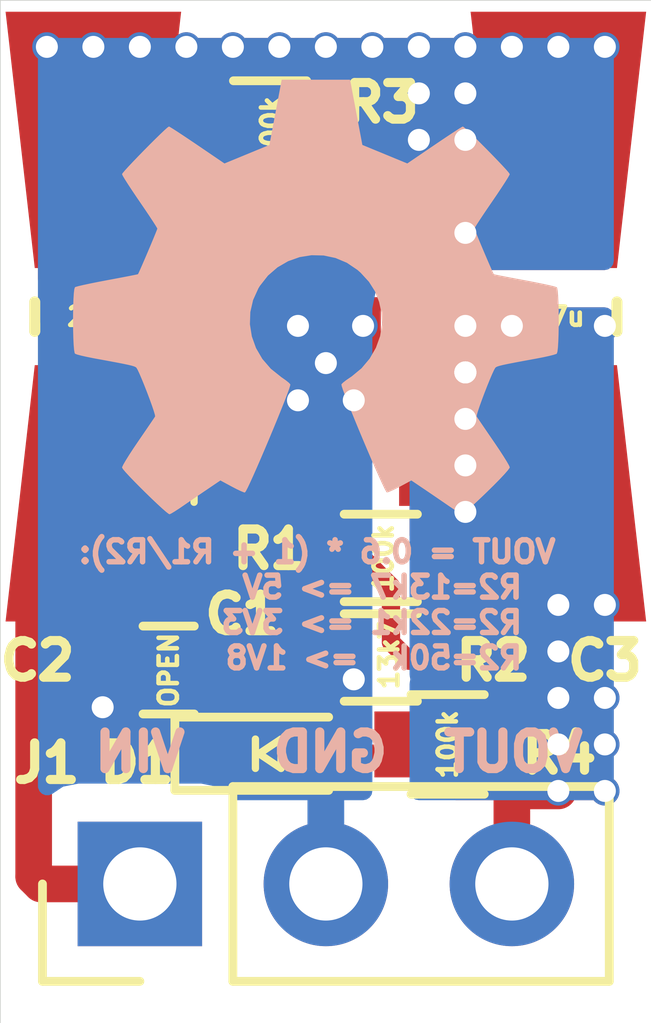
<source format=kicad_pcb>
(kicad_pcb (version 20171130) (host pcbnew 5.0.1)

  (general
    (thickness 1.6)
    (drawings 5)
    (tracks 97)
    (zones 0)
    (modules 11)
    (nets 10)
  )

  (page A4)
  (layers
    (0 F.Cu power hide)
    (31 B.Cu power hide)
    (32 B.Adhes user)
    (33 F.Adhes user)
    (34 B.Paste user)
    (35 F.Paste user)
    (36 B.SilkS user)
    (37 F.SilkS user)
    (38 B.Mask user)
    (39 F.Mask user)
    (40 Dwgs.User user)
    (41 Cmts.User user)
    (42 Eco1.User user)
    (43 Eco2.User user)
    (44 Edge.Cuts user)
    (45 Margin user)
    (46 B.CrtYd user)
    (47 F.CrtYd user)
    (48 B.Fab user)
    (49 F.Fab user)
  )

  (setup
    (last_trace_width 0.25)
    (trace_clearance 0.2)
    (zone_clearance 0.508)
    (zone_45_only no)
    (trace_min 0.2)
    (segment_width 0.2)
    (edge_width 0.01)
    (via_size 0.4)
    (via_drill 0.3)
    (via_min_size 0.4)
    (via_min_drill 0.3)
    (uvia_size 0.3)
    (uvia_drill 0.1)
    (uvias_allowed no)
    (uvia_min_size 0.2)
    (uvia_min_drill 0.1)
    (pcb_text_width 0.3)
    (pcb_text_size 1.5 1.5)
    (mod_edge_width 0.15)
    (mod_text_size 0.5 0.5)
    (mod_text_width 0.125)
    (pad_size 1.524 1.524)
    (pad_drill 0.762)
    (pad_to_mask_clearance 0.051)
    (solder_mask_min_width 0.25)
    (aux_axis_origin 0 0)
    (visible_elements FFFFFFFF)
    (pcbplotparams
      (layerselection 0x010f0_ffffffff)
      (usegerberextensions false)
      (usegerberattributes false)
      (usegerberadvancedattributes false)
      (creategerberjobfile false)
      (excludeedgelayer true)
      (linewidth 0.100000)
      (plotframeref false)
      (viasonmask false)
      (mode 1)
      (useauxorigin false)
      (hpglpennumber 1)
      (hpglpenspeed 20)
      (hpglpendiameter 15.000000)
      (psnegative false)
      (psa4output false)
      (plotreference true)
      (plotvalue true)
      (plotinvisibletext false)
      (padsonsilk false)
      (subtractmaskfromsilk false)
      (outputformat 1)
      (mirror false)
      (drillshape 0)
      (scaleselection 1)
      (outputdirectory "out/mun12ad_78xx/"))
  )

  (net 0 "")
  (net 1 "Net-(A1-Pad6)")
  (net 2 GND)
  (net 3 +5V)
  (net 4 VCC)
  (net 5 /EN)
  (net 6 /FB)
  (net 7 /PGOOD)
  (net 8 /SS)
  (net 9 "Net-(D1-Pad2)")

  (net_class Default "This is the default net class."
    (clearance 0.2)
    (trace_width 0.25)
    (via_dia 0.4)
    (via_drill 0.3)
    (uvia_dia 0.3)
    (uvia_drill 0.1)
    (add_net /EN)
    (add_net /FB)
    (add_net /PGOOD)
    (add_net /SS)
    (add_net "Net-(A1-Pad6)")
    (add_net "Net-(D1-Pad2)")
  )

  (net_class Power ""
    (clearance 0.2)
    (trace_width 0.5)
    (via_dia 0.4)
    (via_drill 0.3)
    (uvia_dia 0.3)
    (uvia_drill 0.1)
    (add_net +5V)
    (add_net GND)
    (add_net VCC)
  )

  (module Pin_Headers:Pin_Header_Straight_1x03_Pitch2.54mm (layer F.Cu) (tedit 5BFB05B1) (tstamp 5BFAF0AB)
    (at 45.72 58.42 90)
    (descr "Through hole straight pin header, 1x03, 2.54mm pitch, single row")
    (tags "Through hole pin header THT 1x03 2.54mm single row")
    (path /5BFA3BB4)
    (fp_text reference J1 (at 1.651 -1.27 180) (layer F.SilkS)
      (effects (font (size 0.5 0.5) (thickness 0.125)))
    )
    (fp_text value Conn_01x03 (at 0 7.41 90) (layer F.Fab) hide
      (effects (font (size 0.25 0.25) (thickness 0.0625)))
    )
    (fp_line (start -0.635 -1.27) (end 1.27 -1.27) (layer F.Fab) (width 0.1))
    (fp_line (start 1.27 -1.27) (end 1.27 6.35) (layer F.Fab) (width 0.1))
    (fp_line (start 1.27 6.35) (end -1.27 6.35) (layer F.Fab) (width 0.1))
    (fp_line (start -1.27 6.35) (end -1.27 -0.635) (layer F.Fab) (width 0.1))
    (fp_line (start -1.27 -0.635) (end -0.635 -1.27) (layer F.Fab) (width 0.1))
    (fp_line (start -1.33 6.41) (end 1.33 6.41) (layer F.SilkS) (width 0.12))
    (fp_line (start -1.33 1.27) (end -1.33 6.41) (layer F.SilkS) (width 0.12))
    (fp_line (start 1.33 1.27) (end 1.33 6.41) (layer F.SilkS) (width 0.12))
    (fp_line (start -1.33 1.27) (end 1.33 1.27) (layer F.SilkS) (width 0.12))
    (fp_line (start -1.33 0) (end -1.33 -1.33) (layer F.SilkS) (width 0.12))
    (fp_line (start -1.33 -1.33) (end 0 -1.33) (layer F.SilkS) (width 0.12))
    (fp_line (start -1.8 -1.8) (end -1.8 6.85) (layer F.CrtYd) (width 0.05))
    (fp_line (start -1.8 6.85) (end 1.8 6.85) (layer F.CrtYd) (width 0.05))
    (fp_line (start 1.8 6.85) (end 1.8 -1.8) (layer F.CrtYd) (width 0.05))
    (fp_line (start 1.8 -1.8) (end -1.8 -1.8) (layer F.CrtYd) (width 0.05))
    (fp_text user %R (at 0 2.54 180) (layer F.Fab)
      (effects (font (size 1 1) (thickness 0.15)))
    )
    (fp_text user VIN (at 1.8 0 180) (layer B.SilkS)
      (effects (font (size 0.5 0.5) (thickness 0.125)) (justify mirror))
    )
    (fp_text user GND (at 1.8 2.6 180) (layer B.SilkS)
      (effects (font (size 0.5 0.5) (thickness 0.125)) (justify mirror))
    )
    (fp_text user VOUT (at 1.8 5.1 180) (layer B.SilkS)
      (effects (font (size 0.5 0.5) (thickness 0.125)) (justify mirror))
    )
    (pad 1 thru_hole rect (at 0 0 90) (size 1.7 1.7) (drill 1) (layers *.Cu *.Mask)
      (net 4 VCC))
    (pad 2 thru_hole oval (at 0 2.54 90) (size 1.7 1.7) (drill 1) (layers *.Cu *.Mask)
      (net 2 GND))
    (pad 3 thru_hole oval (at 0 5.08 90) (size 1.7 1.7) (drill 1) (layers *.Cu *.Mask)
      (net 3 +5V))
    (model ${KISYS3DMOD}/Pin_Headers.3dshapes/Pin_Header_Straight_1x03_Pitch2.54mm.wrl
      (at (xyz 0 0 0))
      (scale (xyz 1 1 1))
      (rotate (xyz 0 0 0))
    )
  )

  (module LEDs:LED_0603 (layer F.Cu) (tedit 5BFAFFED) (tstamp 5BFB1DF7)
    (at 47.498 56.642)
    (descr "LED 0603 smd package")
    (tags "LED led 0603 SMD smd SMT smt smdled SMDLED smtled SMTLED")
    (path /5BFAF9A7)
    (attr smd)
    (fp_text reference D1 (at -1.816 0.127) (layer F.SilkS)
      (effects (font (size 0.5 0.5) (thickness 0.125)))
    )
    (fp_text value LED (at 0 1.35) (layer F.Fab)
      (effects (font (size 1 1) (thickness 0.15)))
    )
    (fp_line (start -1.45 -0.65) (end 1.45 -0.65) (layer F.CrtYd) (width 0.05))
    (fp_line (start -1.45 0.65) (end -1.45 -0.65) (layer F.CrtYd) (width 0.05))
    (fp_line (start 1.45 0.65) (end -1.45 0.65) (layer F.CrtYd) (width 0.05))
    (fp_line (start 1.45 -0.65) (end 1.45 0.65) (layer F.CrtYd) (width 0.05))
    (fp_line (start -1.3 -0.5) (end 0.8 -0.5) (layer F.SilkS) (width 0.12))
    (fp_line (start -1.3 0.5) (end 0.8 0.5) (layer F.SilkS) (width 0.12))
    (fp_line (start -0.8 0.4) (end -0.8 -0.4) (layer F.Fab) (width 0.1))
    (fp_line (start -0.8 -0.4) (end 0.8 -0.4) (layer F.Fab) (width 0.1))
    (fp_line (start 0.8 -0.4) (end 0.8 0.4) (layer F.Fab) (width 0.1))
    (fp_line (start 0.8 0.4) (end -0.8 0.4) (layer F.Fab) (width 0.1))
    (fp_line (start 0.15 -0.2) (end 0.15 0.2) (layer F.SilkS) (width 0.1))
    (fp_line (start 0.15 0.2) (end -0.15 0) (layer F.SilkS) (width 0.1))
    (fp_line (start -0.15 0) (end 0.15 -0.2) (layer F.SilkS) (width 0.1))
    (fp_line (start -0.2 -0.2) (end -0.2 0.2) (layer F.SilkS) (width 0.1))
    (fp_line (start -1.3 -0.5) (end -1.3 0.5) (layer F.SilkS) (width 0.12))
    (pad 1 smd rect (at -0.8 0 180) (size 0.8 0.8) (layers F.Cu F.Paste F.Mask)
      (net 7 /PGOOD))
    (pad 2 smd rect (at 0.8 0 180) (size 0.8 0.8) (layers F.Cu F.Paste F.Mask)
      (net 9 "Net-(D1-Pad2)"))
    (model ${KISYS3DMOD}/LEDs.3dshapes/LED_0603.wrl
      (at (xyz 0 0 0))
      (scale (xyz 1 1 1))
      (rotate (xyz 0 0 180))
    )
  )

  (module Resistors_Universal:Resistor_SMDuniversal_0805to1206_HandSoldering (layer F.Cu) (tedit 5BFAF3C0) (tstamp 5BFB1CDE)
    (at 51.435 50.673 90)
    (descr "Resistor, SMD, universal, 0805 to 1206, Hand soldering,")
    (tags "Resistor, SMD, universal, 0805 to 1206, Hand soldering,")
    (path /5BFA4C00)
    (fp_text reference C3 (at -4.699 0.635 180) (layer F.SilkS)
      (effects (font (size 0.5 0.5) (thickness 0.125)))
    )
    (fp_text value 47u (at 0 0 180) (layer F.SilkS)
      (effects (font (size 0.25 0.25) (thickness 0.0625)))
    )
    (fp_line (start 0 0.8001) (end 0.20066 0.8001) (layer F.SilkS) (width 0.15))
    (fp_line (start 0 0.8001) (end -0.20066 0.8001) (layer F.SilkS) (width 0.15))
    (fp_line (start -0.09906 -0.8001) (end -0.20066 -0.8001) (layer F.SilkS) (width 0.15))
    (fp_line (start -0.20066 -0.8001) (end 0.20066 -0.8001) (layer F.SilkS) (width 0.15))
    (pad 1 smd trapezoid (at -2.413 0 90) (size 3.50012 1.99898) (rect_delta 0.39878 0 ) (layers F.Cu F.Paste F.Mask)
      (net 3 +5V))
    (pad 2 smd trapezoid (at 2.413 0 270) (size 3.50012 1.99898) (rect_delta 0.39878 0 ) (layers F.Cu F.Paste F.Mask)
      (net 2 GND))
  )

  (module Resistors_Universal:Resistor_SMDuniversal_0805to1206_HandSoldering (layer F.Cu) (tedit 5BFAF41C) (tstamp 5BFB19AF)
    (at 45.085 50.673 90)
    (descr "Resistor, SMD, universal, 0805 to 1206, Hand soldering,")
    (tags "Resistor, SMD, universal, 0805 to 1206, Hand soldering,")
    (path /5BFA4ACA)
    (fp_text reference C2 (at -4.699 -0.762) (layer F.SilkS)
      (effects (font (size 0.5 0.5) (thickness 0.125)))
    )
    (fp_text value 22u (at 0 0) (layer F.SilkS)
      (effects (font (size 0.25 0.25) (thickness 0.0625)))
    )
    (fp_line (start -0.20066 -0.8001) (end 0.20066 -0.8001) (layer F.SilkS) (width 0.15))
    (fp_line (start -0.09906 -0.8001) (end -0.20066 -0.8001) (layer F.SilkS) (width 0.15))
    (fp_line (start 0 0.8001) (end -0.20066 0.8001) (layer F.SilkS) (width 0.15))
    (fp_line (start 0 0.8001) (end 0.20066 0.8001) (layer F.SilkS) (width 0.15))
    (pad 2 smd trapezoid (at 2.413 0 270) (size 3.50012 1.99898) (rect_delta 0.39878 0 ) (layers F.Cu F.Paste F.Mask)
      (net 2 GND))
    (pad 1 smd trapezoid (at -2.413 0 90) (size 3.50012 1.99898) (rect_delta 0.39878 0 ) (layers F.Cu F.Paste F.Mask)
      (net 4 VCC))
  )

  (module Power_Module_SMD_Cyntec_MUN12AD:QFN-8-3EP_3.4x3.4x1.4mm_P0.8mm_Cyntec_MUN12AD03-SH (layer F.Cu) (tedit 5BFAF39A) (tstamp 5BFAF3DC)
    (at 48.26 51.308 90)
    (descr https://datasheet.lcsc.com/szlcsc/Cyntec-MUN12AD03-SH_C218787.pdf)
    (tags "QFN-8,Power Module,uPOL,MUN12AD03-SH")
    (path /5BFB3A6B)
    (attr smd)
    (fp_text reference A1 (at 2.3114 -1.651 180) (layer F.SilkS)
      (effects (font (size 0.5 0.5) (thickness 0.125)))
    )
    (fp_text value MUN12AD03-SH (at 2.2098 0.6096 180) (layer F.SilkS)
      (effects (font (size 0.25 0.25) (thickness 0.0625)))
    )
    (fp_line (start -1.7 1.8) (end 1.7 1.8) (layer F.SilkS) (width 0.1))
    (fp_line (start 1.7 -1.8) (end -1.9 -1.8) (layer F.SilkS) (width 0.1))
    (fp_line (start 1 -1.4) (end -1 -1.4) (layer F.Fab) (width 0.05))
    (fp_line (start 1 1.4) (end 1 -1.4) (layer F.Fab) (width 0.05))
    (fp_line (start -1 1.4) (end 1 1.4) (layer F.Fab) (width 0.05))
    (fp_line (start -1 -1.4) (end -1 1.4) (layer F.Fab) (width 0.05))
    (fp_line (start -1.1 1.4) (end -1.6 1.4) (layer F.Fab) (width 0.05))
    (fp_line (start -1.1 0.6) (end -1.1 1.4) (layer F.Fab) (width 0.05))
    (fp_line (start -1.6 0.6) (end -1.1 0.6) (layer F.Fab) (width 0.05))
    (fp_line (start -1.6 1.4) (end -1.6 0.6) (layer F.Fab) (width 0.05))
    (fp_line (start -1.1 -1.4) (end -1.6 -1.4) (layer F.Fab) (width 0.05))
    (fp_line (start -1.1 -0.6) (end -1.1 -1.4) (layer F.Fab) (width 0.05))
    (fp_line (start -1.6 -0.6) (end -1.1 -0.6) (layer F.Fab) (width 0.05))
    (fp_line (start -1.6 -1.4) (end -1.6 -0.6) (layer F.Fab) (width 0.05))
    (fp_text user %R (at 0 0 90) (layer F.Fab)
      (effects (font (size 1 1) (thickness 0.15)))
    )
    (fp_line (start 1.7 -1.7) (end -1.7 -1.7) (layer F.Fab) (width 0.1))
    (fp_line (start 1.7 1.7) (end 1.7 -1.7) (layer F.Fab) (width 0.1))
    (fp_line (start -1.7 1.7) (end 1.7 1.7) (layer F.Fab) (width 0.1))
    (fp_line (start -1.7 -1.7) (end -1.7 1.7) (layer F.Fab) (width 0.1))
    (fp_line (start 2.2 -1.95) (end -2.2 -1.95) (layer F.CrtYd) (width 0.05))
    (fp_line (start 2.2 1.95) (end 2.2 -1.95) (layer F.CrtYd) (width 0.05))
    (fp_line (start -2.2 1.95) (end 2.2 1.95) (layer F.CrtYd) (width 0.05))
    (fp_line (start -2.2 -1.95) (end -2.2 1.95) (layer F.CrtYd) (width 0.05))
    (pad 11 smd rect (at -0.05 -1.375 90) (size 1.2 0.55) (layers F.Cu F.Paste F.Mask)
      (net 2 GND))
    (pad 9 smd rect (at 0 1.375 90) (size 1.2 0.55) (layers F.Cu F.Paste F.Mask)
      (net 3 +5V))
    (pad 10 smd custom (at 0 0 90) (size 1.8 1) (layers F.Cu F.Paste F.Mask)
      (net 2 GND) (zone_connect 0)
      (options (clearance outline) (anchor rect))
      (primitives
        (gr_poly (pts
           (xy -0.9 -0.5) (xy -0.65 -0.75) (xy 0.9 -0.75) (xy 0.9 0.75) (xy -0.9 0.75)
) (width 0))
      ))
    (pad 8 smd rect (at 1.6 -1.2 90) (size 0.7 0.4) (layers F.Cu F.Paste F.Mask)
      (net 4 VCC))
    (pad 7 smd rect (at 1.6 -0.4 90) (size 0.7 0.4) (layers F.Cu F.Paste F.Mask)
      (net 5 /EN))
    (pad 6 smd rect (at 1.6 0.4 90) (size 0.7 0.4) (layers F.Cu F.Paste F.Mask)
      (net 1 "Net-(A1-Pad6)"))
    (pad 5 smd rect (at 1.6 1.2 90) (size 0.7 0.4) (layers F.Cu F.Paste F.Mask)
      (net 2 GND))
    (pad 4 smd rect (at -1.6 1.2 90) (size 0.7 0.4) (layers F.Cu F.Paste F.Mask)
      (net 3 +5V))
    (pad 2 smd rect (at -1.6 0.4 90) (size 0.7 0.4) (layers F.Cu F.Paste F.Mask)
      (net 6 /FB))
    (pad 3 smd rect (at -1.6 -0.4 90) (size 0.7 0.4) (layers F.Cu F.Paste F.Mask)
      (net 7 /PGOOD))
    (pad 1 smd rect (at -1.6 -1.2 90) (size 0.7 0.4) (layers F.Cu F.Paste F.Mask)
      (net 8 /SS))
  )

  (module Capacitors_SMD:C_0603 (layer F.Cu) (tedit 5BFAF40E) (tstamp 5BFB1359)
    (at 46.113 55.499 180)
    (descr "Capacitor SMD 0603, reflow soldering, AVX (see smccp.pdf)")
    (tags "capacitor 0603")
    (path /5BFA490A)
    (attr smd)
    (fp_text reference C1 (at -1.004 0.762) (layer F.SilkS)
      (effects (font (size 0.5 0.5) (thickness 0.125)))
    )
    (fp_text value OPEN (at 0 0 -90) (layer F.SilkS)
      (effects (font (size 0.25 0.25) (thickness 0.0625)))
    )
    (fp_line (start 1.4 0.65) (end -1.4 0.65) (layer F.CrtYd) (width 0.05))
    (fp_line (start 1.4 0.65) (end 1.4 -0.65) (layer F.CrtYd) (width 0.05))
    (fp_line (start -1.4 -0.65) (end -1.4 0.65) (layer F.CrtYd) (width 0.05))
    (fp_line (start -1.4 -0.65) (end 1.4 -0.65) (layer F.CrtYd) (width 0.05))
    (fp_line (start 0.35 0.6) (end -0.35 0.6) (layer F.SilkS) (width 0.12))
    (fp_line (start -0.35 -0.6) (end 0.35 -0.6) (layer F.SilkS) (width 0.12))
    (fp_line (start -0.8 -0.4) (end 0.8 -0.4) (layer F.Fab) (width 0.1))
    (fp_line (start 0.8 -0.4) (end 0.8 0.4) (layer F.Fab) (width 0.1))
    (fp_line (start 0.8 0.4) (end -0.8 0.4) (layer F.Fab) (width 0.1))
    (fp_line (start -0.8 0.4) (end -0.8 -0.4) (layer F.Fab) (width 0.1))
    (fp_text user %R (at 0 0 180) (layer F.Fab)
      (effects (font (size 0.3 0.3) (thickness 0.075)))
    )
    (pad 2 smd rect (at 0.75 0 180) (size 0.8 0.75) (layers F.Cu F.Paste F.Mask)
      (net 2 GND))
    (pad 1 smd rect (at -0.75 0 180) (size 0.8 0.75) (layers F.Cu F.Paste F.Mask)
      (net 8 /SS))
    (model Capacitors_SMD.3dshapes/C_0603.wrl
      (at (xyz 0 0 0))
      (scale (xyz 1 1 1))
      (rotate (xyz 0 0 0))
    )
  )

  (module Resistors_SMD:R_0603 (layer F.Cu) (tedit 5BFAF3D0) (tstamp 5BFB0446)
    (at 49.01 54.0512 180)
    (descr "Resistor SMD 0603, reflow soldering, Vishay (see dcrcw.pdf)")
    (tags "resistor 0603")
    (path /5BFA3FF2)
    (attr smd)
    (fp_text reference R1 (at 1.512 0.2032 180) (layer F.SilkS)
      (effects (font (size 0.5 0.5) (thickness 0.125)))
    )
    (fp_text value 100k (at -0.0374 0.0762 270) (layer F.SilkS)
      (effects (font (size 0.25 0.25) (thickness 0.0625)))
    )
    (fp_line (start 1.25 0.7) (end -1.25 0.7) (layer F.CrtYd) (width 0.05))
    (fp_line (start 1.25 0.7) (end 1.25 -0.7) (layer F.CrtYd) (width 0.05))
    (fp_line (start -1.25 -0.7) (end -1.25 0.7) (layer F.CrtYd) (width 0.05))
    (fp_line (start -1.25 -0.7) (end 1.25 -0.7) (layer F.CrtYd) (width 0.05))
    (fp_line (start -0.5 -0.68) (end 0.5 -0.68) (layer F.SilkS) (width 0.12))
    (fp_line (start 0.5 0.68) (end -0.5 0.68) (layer F.SilkS) (width 0.12))
    (fp_line (start -0.8 -0.4) (end 0.8 -0.4) (layer F.Fab) (width 0.1))
    (fp_line (start 0.8 -0.4) (end 0.8 0.4) (layer F.Fab) (width 0.1))
    (fp_line (start 0.8 0.4) (end -0.8 0.4) (layer F.Fab) (width 0.1))
    (fp_line (start -0.8 0.4) (end -0.8 -0.4) (layer F.Fab) (width 0.1))
    (fp_text user %R (at 0 0 180) (layer F.Fab)
      (effects (font (size 0.4 0.4) (thickness 0.075)))
    )
    (pad 2 smd rect (at 0.75 0 180) (size 0.5 0.9) (layers F.Cu F.Paste F.Mask)
      (net 6 /FB))
    (pad 1 smd rect (at -0.75 0 180) (size 0.5 0.9) (layers F.Cu F.Paste F.Mask)
      (net 3 +5V))
    (model ${KISYS3DMOD}/Resistors_SMD.3dshapes/R_0603.wrl
      (at (xyz 0 0 0))
      (scale (xyz 1 1 1))
      (rotate (xyz 0 0 0))
    )
  )

  (module Resistors_SMD:R_0603 (layer F.Cu) (tedit 5BFAF3E9) (tstamp 5BFAFE0E)
    (at 49.01 55.245 180)
    (descr "Resistor SMD 0603, reflow soldering, Vishay (see dcrcw.pdf)")
    (tags "resistor 0603")
    (path /5BFA40ED)
    (attr smd)
    (fp_text reference R2 (at -1.536 -0.127) (layer F.SilkS)
      (effects (font (size 0.5 0.5) (thickness 0.125)))
    )
    (fp_text value 13k7 (at -0.1136 -0.0508 270) (layer F.SilkS)
      (effects (font (size 0.25 0.25) (thickness 0.0625)))
    )
    (fp_text user %R (at 0 0 180) (layer F.Fab)
      (effects (font (size 0.4 0.4) (thickness 0.075)))
    )
    (fp_line (start -0.8 0.4) (end -0.8 -0.4) (layer F.Fab) (width 0.1))
    (fp_line (start 0.8 0.4) (end -0.8 0.4) (layer F.Fab) (width 0.1))
    (fp_line (start 0.8 -0.4) (end 0.8 0.4) (layer F.Fab) (width 0.1))
    (fp_line (start -0.8 -0.4) (end 0.8 -0.4) (layer F.Fab) (width 0.1))
    (fp_line (start 0.5 0.68) (end -0.5 0.68) (layer F.SilkS) (width 0.12))
    (fp_line (start -0.5 -0.68) (end 0.5 -0.68) (layer F.SilkS) (width 0.12))
    (fp_line (start -1.25 -0.7) (end 1.25 -0.7) (layer F.CrtYd) (width 0.05))
    (fp_line (start -1.25 -0.7) (end -1.25 0.7) (layer F.CrtYd) (width 0.05))
    (fp_line (start 1.25 0.7) (end 1.25 -0.7) (layer F.CrtYd) (width 0.05))
    (fp_line (start 1.25 0.7) (end -1.25 0.7) (layer F.CrtYd) (width 0.05))
    (pad 1 smd rect (at -0.75 0 180) (size 0.5 0.9) (layers F.Cu F.Paste F.Mask)
      (net 6 /FB))
    (pad 2 smd rect (at 0.75 0 180) (size 0.5 0.9) (layers F.Cu F.Paste F.Mask)
      (net 2 GND))
    (model ${KISYS3DMOD}/Resistors_SMD.3dshapes/R_0603.wrl
      (at (xyz 0 0 0))
      (scale (xyz 1 1 1))
      (rotate (xyz 0 0 0))
    )
  )

  (module Resistors_SMD:R_0603 (layer F.Cu) (tedit 5BFAF3AC) (tstamp 5BFAEAB1)
    (at 47.498 48.133)
    (descr "Resistor SMD 0603, reflow soldering, Vishay (see dcrcw.pdf)")
    (tags "resistor 0603")
    (path /5BFA4576)
    (attr smd)
    (fp_text reference R3 (at 1.524 -0.381) (layer F.SilkS)
      (effects (font (size 0.5 0.5) (thickness 0.125)))
    )
    (fp_text value 100k (at 0.012 0 90) (layer F.SilkS)
      (effects (font (size 0.25 0.25) (thickness 0.0625)))
    )
    (fp_line (start 1.25 0.7) (end -1.25 0.7) (layer F.CrtYd) (width 0.05))
    (fp_line (start 1.25 0.7) (end 1.25 -0.7) (layer F.CrtYd) (width 0.05))
    (fp_line (start -1.25 -0.7) (end -1.25 0.7) (layer F.CrtYd) (width 0.05))
    (fp_line (start -1.25 -0.7) (end 1.25 -0.7) (layer F.CrtYd) (width 0.05))
    (fp_line (start -0.5 -0.68) (end 0.5 -0.68) (layer F.SilkS) (width 0.12))
    (fp_line (start 0.5 0.68) (end -0.5 0.68) (layer F.SilkS) (width 0.12))
    (fp_line (start -0.8 -0.4) (end 0.8 -0.4) (layer F.Fab) (width 0.1))
    (fp_line (start 0.8 -0.4) (end 0.8 0.4) (layer F.Fab) (width 0.1))
    (fp_line (start 0.8 0.4) (end -0.8 0.4) (layer F.Fab) (width 0.1))
    (fp_line (start -0.8 0.4) (end -0.8 -0.4) (layer F.Fab) (width 0.1))
    (fp_text user %R (at 0 0) (layer F.Fab)
      (effects (font (size 0.4 0.4) (thickness 0.075)))
    )
    (pad 2 smd rect (at 0.75 0) (size 0.5 0.9) (layers F.Cu F.Paste F.Mask)
      (net 5 /EN))
    (pad 1 smd rect (at -0.75 0) (size 0.5 0.9) (layers F.Cu F.Paste F.Mask)
      (net 4 VCC))
    (model ${KISYS3DMOD}/Resistors_SMD.3dshapes/R_0603.wrl
      (at (xyz 0 0 0))
      (scale (xyz 1 1 1))
      (rotate (xyz 0 0 0))
    )
  )

  (module Resistors_SMD:R_0603 (layer F.Cu) (tedit 5BFAF3DC) (tstamp 5BFB06A4)
    (at 49.923 56.515)
    (descr "Resistor SMD 0603, reflow soldering, Vishay (see dcrcw.pdf)")
    (tags "resistor 0603")
    (path /5BFA3F49)
    (attr smd)
    (fp_text reference R4 (at 1.524 0.127) (layer F.SilkS)
      (effects (font (size 0.5 0.5) (thickness 0.125)))
    )
    (fp_text value 100k (at 0 0 90) (layer F.SilkS)
      (effects (font (size 0.25 0.25) (thickness 0.0625)))
    )
    (fp_text user %R (at 0 0) (layer F.Fab)
      (effects (font (size 0.4 0.4) (thickness 0.075)))
    )
    (fp_line (start -0.8 0.4) (end -0.8 -0.4) (layer F.Fab) (width 0.1))
    (fp_line (start 0.8 0.4) (end -0.8 0.4) (layer F.Fab) (width 0.1))
    (fp_line (start 0.8 -0.4) (end 0.8 0.4) (layer F.Fab) (width 0.1))
    (fp_line (start -0.8 -0.4) (end 0.8 -0.4) (layer F.Fab) (width 0.1))
    (fp_line (start 0.5 0.68) (end -0.5 0.68) (layer F.SilkS) (width 0.12))
    (fp_line (start -0.5 -0.68) (end 0.5 -0.68) (layer F.SilkS) (width 0.12))
    (fp_line (start -1.25 -0.7) (end 1.25 -0.7) (layer F.CrtYd) (width 0.05))
    (fp_line (start -1.25 -0.7) (end -1.25 0.7) (layer F.CrtYd) (width 0.05))
    (fp_line (start 1.25 0.7) (end 1.25 -0.7) (layer F.CrtYd) (width 0.05))
    (fp_line (start 1.25 0.7) (end -1.25 0.7) (layer F.CrtYd) (width 0.05))
    (pad 1 smd rect (at -0.75 0) (size 0.5 0.9) (layers F.Cu F.Paste F.Mask)
      (net 9 "Net-(D1-Pad2)"))
    (pad 2 smd rect (at 0.75 0) (size 0.5 0.9) (layers F.Cu F.Paste F.Mask)
      (net 3 +5V))
    (model ${KISYS3DMOD}/Resistors_SMD.3dshapes/R_0603.wrl
      (at (xyz 0 0 0))
      (scale (xyz 1 1 1))
      (rotate (xyz 0 0 0))
    )
  )

  (module Symbols:OSHW-Symbol_6.7x6mm_SilkScreen (layer B.Cu) (tedit 0) (tstamp 5BFB08A6)
    (at 48.133 50.419 180)
    (descr "Open Source Hardware Symbol")
    (tags "Logo Symbol OSHW")
    (attr virtual)
    (fp_text reference REF*** (at 0 0 180) (layer B.SilkS) hide
      (effects (font (size 1 1) (thickness 0.15)) (justify mirror))
    )
    (fp_text value OSHW-Symbol_6.7x6mm_SilkScreen (at 0.75 0 180) (layer B.Fab) hide
      (effects (font (size 1 1) (thickness 0.15)) (justify mirror))
    )
    (fp_poly (pts (xy 0.555814 2.531069) (xy 0.639635 2.086445) (xy 0.94892 1.958947) (xy 1.258206 1.831449)
      (xy 1.629246 2.083754) (xy 1.733157 2.154004) (xy 1.827087 2.216728) (xy 1.906652 2.269062)
      (xy 1.96747 2.308143) (xy 2.005157 2.331107) (xy 2.015421 2.336058) (xy 2.03391 2.323324)
      (xy 2.07342 2.288118) (xy 2.129522 2.234938) (xy 2.197787 2.168282) (xy 2.273786 2.092646)
      (xy 2.353092 2.012528) (xy 2.431275 1.932426) (xy 2.503907 1.856836) (xy 2.566559 1.790255)
      (xy 2.614803 1.737182) (xy 2.64421 1.702113) (xy 2.651241 1.690377) (xy 2.641123 1.66874)
      (xy 2.612759 1.621338) (xy 2.569129 1.552807) (xy 2.513218 1.467785) (xy 2.448006 1.370907)
      (xy 2.410219 1.31565) (xy 2.341343 1.214752) (xy 2.28014 1.123701) (xy 2.229578 1.04703)
      (xy 2.192628 0.989272) (xy 2.172258 0.954957) (xy 2.169197 0.947746) (xy 2.176136 0.927252)
      (xy 2.195051 0.879487) (xy 2.223087 0.811168) (xy 2.257391 0.729011) (xy 2.295109 0.63973)
      (xy 2.333387 0.550042) (xy 2.36937 0.466662) (xy 2.400206 0.396306) (xy 2.423039 0.34569)
      (xy 2.435017 0.321529) (xy 2.435724 0.320578) (xy 2.454531 0.315964) (xy 2.504618 0.305672)
      (xy 2.580793 0.290713) (xy 2.677865 0.272099) (xy 2.790643 0.250841) (xy 2.856442 0.238582)
      (xy 2.97695 0.215638) (xy 3.085797 0.193805) (xy 3.177476 0.174278) (xy 3.246481 0.158252)
      (xy 3.287304 0.146921) (xy 3.295511 0.143326) (xy 3.303548 0.118994) (xy 3.310033 0.064041)
      (xy 3.31497 -0.015108) (xy 3.318364 -0.112026) (xy 3.320218 -0.220287) (xy 3.320538 -0.333465)
      (xy 3.319327 -0.445135) (xy 3.31659 -0.548868) (xy 3.312331 -0.638241) (xy 3.306555 -0.706826)
      (xy 3.299267 -0.748197) (xy 3.294895 -0.75681) (xy 3.268764 -0.767133) (xy 3.213393 -0.781892)
      (xy 3.136107 -0.799352) (xy 3.04423 -0.81778) (xy 3.012158 -0.823741) (xy 2.857524 -0.852066)
      (xy 2.735375 -0.874876) (xy 2.641673 -0.89308) (xy 2.572384 -0.907583) (xy 2.523471 -0.919292)
      (xy 2.490897 -0.929115) (xy 2.470628 -0.937956) (xy 2.458626 -0.946724) (xy 2.456947 -0.948457)
      (xy 2.440184 -0.976371) (xy 2.414614 -1.030695) (xy 2.382788 -1.104777) (xy 2.34726 -1.191965)
      (xy 2.310583 -1.285608) (xy 2.275311 -1.379052) (xy 2.243996 -1.465647) (xy 2.219193 -1.53874)
      (xy 2.203454 -1.591678) (xy 2.199332 -1.617811) (xy 2.199676 -1.618726) (xy 2.213641 -1.640086)
      (xy 2.245322 -1.687084) (xy 2.291391 -1.754827) (xy 2.348518 -1.838423) (xy 2.413373 -1.932982)
      (xy 2.431843 -1.959854) (xy 2.497699 -2.057275) (xy 2.55565 -2.146163) (xy 2.602538 -2.221412)
      (xy 2.635207 -2.27792) (xy 2.6505 -2.310581) (xy 2.651241 -2.314593) (xy 2.638392 -2.335684)
      (xy 2.602888 -2.377464) (xy 2.549293 -2.435445) (xy 2.482171 -2.505135) (xy 2.406087 -2.582045)
      (xy 2.325604 -2.661683) (xy 2.245287 -2.739561) (xy 2.169699 -2.811186) (xy 2.103405 -2.87207)
      (xy 2.050969 -2.917721) (xy 2.016955 -2.94365) (xy 2.007545 -2.947883) (xy 1.985643 -2.937912)
      (xy 1.9408 -2.91102) (xy 1.880321 -2.871736) (xy 1.833789 -2.840117) (xy 1.749475 -2.782098)
      (xy 1.649626 -2.713784) (xy 1.549473 -2.645579) (xy 1.495627 -2.609075) (xy 1.313371 -2.4858)
      (xy 1.160381 -2.56852) (xy 1.090682 -2.604759) (xy 1.031414 -2.632926) (xy 0.991311 -2.648991)
      (xy 0.981103 -2.651226) (xy 0.968829 -2.634722) (xy 0.944613 -2.588082) (xy 0.910263 -2.515609)
      (xy 0.867588 -2.421606) (xy 0.818394 -2.310374) (xy 0.76449 -2.186215) (xy 0.707684 -2.053432)
      (xy 0.649782 -1.916327) (xy 0.592593 -1.779202) (xy 0.537924 -1.646358) (xy 0.487584 -1.522098)
      (xy 0.44338 -1.410725) (xy 0.407119 -1.316539) (xy 0.380609 -1.243844) (xy 0.365658 -1.196941)
      (xy 0.363254 -1.180833) (xy 0.382311 -1.160286) (xy 0.424036 -1.126933) (xy 0.479706 -1.087702)
      (xy 0.484378 -1.084599) (xy 0.628264 -0.969423) (xy 0.744283 -0.835053) (xy 0.83143 -0.685784)
      (xy 0.888699 -0.525913) (xy 0.915086 -0.359737) (xy 0.909585 -0.191552) (xy 0.87119 -0.025655)
      (xy 0.798895 0.133658) (xy 0.777626 0.168513) (xy 0.666996 0.309263) (xy 0.536302 0.422286)
      (xy 0.390064 0.506997) (xy 0.232808 0.562806) (xy 0.069057 0.589126) (xy -0.096667 0.58537)
      (xy -0.259838 0.55095) (xy -0.415935 0.485277) (xy -0.560433 0.387765) (xy -0.605131 0.348187)
      (xy -0.718888 0.224297) (xy -0.801782 0.093876) (xy -0.858644 -0.052315) (xy -0.890313 -0.197088)
      (xy -0.898131 -0.35986) (xy -0.872062 -0.52344) (xy -0.814755 -0.682298) (xy -0.728856 -0.830906)
      (xy -0.617014 -0.963735) (xy -0.481877 -1.075256) (xy -0.464117 -1.087011) (xy -0.40785 -1.125508)
      (xy -0.365077 -1.158863) (xy -0.344628 -1.18016) (xy -0.344331 -1.180833) (xy -0.348721 -1.203871)
      (xy -0.366124 -1.256157) (xy -0.394732 -1.33339) (xy -0.432735 -1.431268) (xy -0.478326 -1.545491)
      (xy -0.529697 -1.671758) (xy -0.585038 -1.805767) (xy -0.642542 -1.943218) (xy -0.700399 -2.079808)
      (xy -0.756802 -2.211237) (xy -0.809942 -2.333205) (xy -0.85801 -2.441409) (xy -0.899199 -2.531549)
      (xy -0.931699 -2.599323) (xy -0.953703 -2.64043) (xy -0.962564 -2.651226) (xy -0.98964 -2.642819)
      (xy -1.040303 -2.620272) (xy -1.105817 -2.587613) (xy -1.141841 -2.56852) (xy -1.294832 -2.4858)
      (xy -1.477088 -2.609075) (xy -1.570125 -2.672228) (xy -1.671985 -2.741727) (xy -1.767438 -2.807165)
      (xy -1.81525 -2.840117) (xy -1.882495 -2.885273) (xy -1.939436 -2.921057) (xy -1.978646 -2.942938)
      (xy -1.991381 -2.947563) (xy -2.009917 -2.935085) (xy -2.050941 -2.900252) (xy -2.110475 -2.846678)
      (xy -2.184542 -2.777983) (xy -2.269165 -2.697781) (xy -2.322685 -2.646286) (xy -2.416319 -2.554286)
      (xy -2.497241 -2.471999) (xy -2.562177 -2.402945) (xy -2.607858 -2.350644) (xy -2.631011 -2.318616)
      (xy -2.633232 -2.312116) (xy -2.622924 -2.287394) (xy -2.594439 -2.237405) (xy -2.550937 -2.167212)
      (xy -2.495577 -2.081875) (xy -2.43152 -1.986456) (xy -2.413303 -1.959854) (xy -2.346927 -1.863167)
      (xy -2.287378 -1.776117) (xy -2.237984 -1.703595) (xy -2.202075 -1.650493) (xy -2.182981 -1.621703)
      (xy -2.181136 -1.618726) (xy -2.183895 -1.595782) (xy -2.198538 -1.545336) (xy -2.222513 -1.474041)
      (xy -2.253266 -1.388547) (xy -2.288244 -1.295507) (xy -2.324893 -1.201574) (xy -2.360661 -1.113399)
      (xy -2.392994 -1.037634) (xy -2.419338 -0.980931) (xy -2.437142 -0.949943) (xy -2.438407 -0.948457)
      (xy -2.449294 -0.939601) (xy -2.467682 -0.930843) (xy -2.497606 -0.921277) (xy -2.543103 -0.909996)
      (xy -2.608209 -0.896093) (xy -2.696961 -0.878663) (xy -2.813393 -0.856798) (xy -2.961542 -0.829591)
      (xy -2.993618 -0.823741) (xy -3.088686 -0.805374) (xy -3.171565 -0.787405) (xy -3.23493 -0.771569)
      (xy -3.271458 -0.7596) (xy -3.276356 -0.75681) (xy -3.284427 -0.732072) (xy -3.290987 -0.67679)
      (xy -3.296033 -0.597389) (xy -3.299559 -0.500296) (xy -3.301561 -0.391938) (xy -3.302036 -0.27874)
      (xy -3.300977 -0.167128) (xy -3.298382 -0.063529) (xy -3.294246 0.025632) (xy -3.288563 0.093928)
      (xy -3.281331 0.134934) (xy -3.276971 0.143326) (xy -3.252698 0.151792) (xy -3.197426 0.165565)
      (xy -3.116662 0.18345) (xy -3.015912 0.204252) (xy -2.900683 0.226777) (xy -2.837902 0.238582)
      (xy -2.718787 0.260849) (xy -2.612565 0.281021) (xy -2.524427 0.298085) (xy -2.459566 0.311031)
      (xy -2.423174 0.318845) (xy -2.417184 0.320578) (xy -2.407061 0.34011) (xy -2.385662 0.387157)
      (xy -2.355839 0.454997) (xy -2.320445 0.536909) (xy -2.282332 0.626172) (xy -2.244353 0.716065)
      (xy -2.20936 0.799865) (xy -2.180206 0.870853) (xy -2.159743 0.922306) (xy -2.150823 0.947503)
      (xy -2.150657 0.948604) (xy -2.160769 0.968481) (xy -2.189117 1.014223) (xy -2.232723 1.081283)
      (xy -2.288606 1.165116) (xy -2.353787 1.261174) (xy -2.391679 1.31635) (xy -2.460725 1.417519)
      (xy -2.52205 1.50937) (xy -2.572663 1.587256) (xy -2.609571 1.646531) (xy -2.629782 1.682549)
      (xy -2.632701 1.690623) (xy -2.620153 1.709416) (xy -2.585463 1.749543) (xy -2.533063 1.806507)
      (xy -2.467384 1.875815) (xy -2.392856 1.952969) (xy -2.313913 2.033475) (xy -2.234983 2.112837)
      (xy -2.1605 2.18656) (xy -2.094894 2.250148) (xy -2.042596 2.299106) (xy -2.008039 2.328939)
      (xy -1.996478 2.336058) (xy -1.977654 2.326047) (xy -1.932631 2.297922) (xy -1.865787 2.254546)
      (xy -1.781499 2.198782) (xy -1.684144 2.133494) (xy -1.610707 2.083754) (xy -1.239667 1.831449)
      (xy -0.621095 2.086445) (xy -0.537275 2.531069) (xy -0.453454 2.975693) (xy 0.471994 2.975693)
      (xy 0.555814 2.531069)) (layer B.SilkS) (width 0.01))
  )

  (gr_text "VOUT = 0.6 * (1 + R1/R2):\n  R2=13k7 => 5V\n  R2=22k1 => 3V3\n  R2=50k  => 1V8" (at 51.435 54.61) (layer B.SilkS) (tstamp 5BFB07E7)
    (effects (font (size 0.3 0.3) (thickness 0.075)) (justify left mirror))
  )
  (gr_line (start 52.705 46.355) (end 52.705 60.325) (layer Edge.Cuts) (width 0.01))
  (gr_line (start 43.815 46.355) (end 52.705 46.355) (layer Edge.Cuts) (width 0.01))
  (gr_line (start 43.815 60.325) (end 43.815 46.355) (layer Edge.Cuts) (width 0.01))
  (gr_line (start 43.815 60.325) (end 52.705 60.325) (layer Edge.Cuts) (width 0.01))

  (via (at 46.355 46.99) (size 0.4) (drill 0.3) (layers F.Cu B.Cu) (net 2))
  (via (at 46.99 46.99) (size 0.4) (drill 0.3) (layers F.Cu B.Cu) (net 2))
  (via (at 47.625 46.99) (size 0.4) (drill 0.3) (layers F.Cu B.Cu) (net 2))
  (via (at 48.26 46.99) (size 0.4) (drill 0.3) (layers F.Cu B.Cu) (net 2))
  (via (at 48.895 46.99) (size 0.4) (drill 0.3) (layers F.Cu B.Cu) (net 2))
  (via (at 44.45 46.99) (size 0.4) (drill 0.3) (layers F.Cu B.Cu) (net 2))
  (via (at 45.085 46.99) (size 0.4) (drill 0.3) (layers F.Cu B.Cu) (net 2))
  (via (at 45.72 46.99) (size 0.4) (drill 0.3) (layers F.Cu B.Cu) (net 2))
  (via (at 49.53 46.99) (size 0.4) (drill 0.3) (layers F.Cu B.Cu) (net 2))
  (via (at 50.165 46.99) (size 0.4) (drill 0.3) (layers F.Cu B.Cu) (net 2))
  (via (at 52.07 46.99) (size 0.4) (drill 0.3) (layers F.Cu B.Cu) (net 2))
  (via (at 51.435 46.99) (size 0.4) (drill 0.3) (layers F.Cu B.Cu) (net 2))
  (via (at 50.8 46.99) (size 0.4) (drill 0.3) (layers F.Cu B.Cu) (net 2))
  (via (at 48.768 50.8) (size 0.4) (drill 0.3) (layers F.Cu B.Cu) (net 2))
  (via (at 47.879 50.8) (size 0.4) (drill 0.3) (layers F.Cu B.Cu) (net 2))
  (via (at 47.879 51.816) (size 0.4) (drill 0.3) (layers F.Cu B.Cu) (net 2))
  (via (at 48.641 51.816) (size 0.4) (drill 0.3) (layers F.Cu B.Cu) (net 2))
  (via (at 48.26 51.308) (size 0.4) (drill 0.3) (layers F.Cu B.Cu) (net 2))
  (via (at 49.53 48.26) (size 0.4) (drill 0.3) (layers F.Cu B.Cu) (net 2))
  (via (at 49.53 47.625) (size 0.4) (drill 0.3) (layers F.Cu B.Cu) (net 2))
  (via (at 50.165 47.625) (size 0.4) (drill 0.3) (layers F.Cu B.Cu) (net 2))
  (via (at 50.165 49.53) (size 0.4) (drill 0.3) (layers F.Cu B.Cu) (net 2))
  (via (at 50.165 48.26) (size 0.4) (drill 0.3) (layers F.Cu B.Cu) (net 2))
  (segment (start 48.21 51.358) (end 48.26 51.308) (width 0.5) (layer F.Cu) (net 2))
  (segment (start 46.885 51.358) (end 48.21 51.358) (width 0.5) (layer F.Cu) (net 2))
  (segment (start 48.26 58.42) (end 48.26 57.277) (width 0.5) (layer B.Cu) (net 2))
  (via (at 48.641 55.626) (size 0.4) (drill 0.3) (layers F.Cu B.Cu) (net 2))
  (segment (start 48.387 55.372) (end 48.641 55.626) (width 0.5) (layer F.Cu) (net 2))
  (segment (start 48.26 55.372) (end 48.387 55.372) (width 0.5) (layer F.Cu) (net 2))
  (via (at 45.212 56.007) (size 0.4) (drill 0.3) (layers F.Cu B.Cu) (net 2))
  (segment (start 45.224 55.995) (end 45.212 56.007) (width 0.5) (layer F.Cu) (net 2))
  (segment (start 45.224 55.499) (end 45.224 55.995) (width 0.5) (layer F.Cu) (net 2))
  (segment (start 48.26 56.007) (end 48.641 55.626) (width 0.5) (layer B.Cu) (net 2))
  (segment (start 48.26 58.42) (end 48.26 56.007) (width 0.5) (layer B.Cu) (net 2))
  (via (at 52.07 55.88) (size 0.4) (drill 0.3) (layers F.Cu B.Cu) (net 3))
  (via (at 52.07 56.515) (size 0.4) (drill 0.3) (layers F.Cu B.Cu) (net 3))
  (via (at 52.07 57.15) (size 0.4) (drill 0.3) (layers F.Cu B.Cu) (net 3))
  (via (at 52.07 50.8) (size 0.4) (drill 0.3) (layers F.Cu B.Cu) (net 3))
  (via (at 51.435 54.61) (size 0.4) (drill 0.3) (layers F.Cu B.Cu) (net 3))
  (via (at 52.07 54.61) (size 0.4) (drill 0.3) (layers F.Cu B.Cu) (net 3))
  (via (at 51.435 57.15) (size 0.4) (drill 0.3) (layers F.Cu B.Cu) (net 3))
  (via (at 51.435 55.245) (size 0.4) (drill 0.3) (layers F.Cu B.Cu) (net 3))
  (via (at 51.435 55.88) (size 0.4) (drill 0.3) (layers F.Cu B.Cu) (net 3))
  (via (at 51.435 56.515) (size 0.4) (drill 0.3) (layers F.Cu B.Cu) (net 3))
  (via (at 50.165 50.8) (size 0.4) (drill 0.3) (layers F.Cu B.Cu) (net 3))
  (via (at 50.8 50.8) (size 0.4) (drill 0.3) (layers F.Cu B.Cu) (net 3))
  (via (at 50.165 53.34) (size 0.4) (drill 0.3) (layers F.Cu B.Cu) (net 3))
  (via (at 50.165 52.705) (size 0.4) (drill 0.3) (layers F.Cu B.Cu) (net 3))
  (via (at 50.165 52.07) (size 0.4) (drill 0.3) (layers F.Cu B.Cu) (net 3))
  (via (at 50.165 51.435) (size 0.4) (drill 0.3) (layers F.Cu B.Cu) (net 3))
  (via (at 50.165 51.435) (size 0.4) (drill 0.3) (layers F.Cu B.Cu) (net 3) (tstamp 5BFAF06C))
  (via (at 50.165 51.435) (size 0.4) (drill 0.3) (layers F.Cu B.Cu) (net 3))
  (via (at 50.165 51.435) (size 0.4) (drill 0.3) (layers F.Cu B.Cu) (net 3) (tstamp 5BFAF06E))
  (via (at 50.165 51.435) (size 0.4) (drill 0.3) (layers F.Cu B.Cu) (net 3))
  (via (at 50.165 51.435) (size 0.4) (drill 0.3) (layers F.Cu B.Cu) (net 3) (tstamp 5BFAF070))
  (via (at 50.165 51.435) (size 0.4) (drill 0.3) (layers F.Cu B.Cu) (net 3))
  (segment (start 50.8 58.42) (end 50.8 57.15) (width 0.5) (layer F.Cu) (net 3))
  (segment (start 50.8 57.15) (end 51.435 57.15) (width 0.5) (layer F.Cu) (net 3))
  (segment (start 51.181 56.769) (end 51.435 56.515) (width 0.5) (layer F.Cu) (net 3))
  (segment (start 50.534 56.769) (end 51.181 56.769) (width 0.5) (layer F.Cu) (net 3))
  (segment (start 50.4698 54.0512) (end 51.435 53.086) (width 0.5) (layer F.Cu) (net 3))
  (segment (start 49.76 54.0512) (end 50.4698 54.0512) (width 0.5) (layer F.Cu) (net 3))
  (segment (start 45.085 53.086) (end 45.085 50.8) (width 0.5) (layer F.Cu) (net 4))
  (segment (start 46.823572 49.708) (end 47.06 49.708) (width 0.5) (layer F.Cu) (net 4))
  (segment (start 45.731572 50.8) (end 46.823572 49.708) (width 0.5) (layer F.Cu) (net 4))
  (segment (start 45.085 50.8) (end 45.731572 50.8) (width 0.5) (layer F.Cu) (net 4))
  (segment (start 47.06 49.708) (end 47.06 48.965) (width 0.5) (layer F.Cu) (net 4))
  (segment (start 46.748 48.653) (end 46.748 48.133) (width 0.5) (layer F.Cu) (net 4))
  (segment (start 47.06 48.965) (end 46.748 48.653) (width 0.5) (layer F.Cu) (net 4))
  (segment (start 45.72 58.42) (end 45.466 58.166) (width 0.5) (layer F.Cu) (net 4))
  (segment (start 45.085 53.975) (end 44.27001 54.78999) (width 0.5) (layer F.Cu) (net 4))
  (segment (start 45.085 53.086) (end 45.085 53.975) (width 0.5) (layer F.Cu) (net 4))
  (segment (start 44.37 58.42) (end 45.72 58.42) (width 0.5) (layer F.Cu) (net 4))
  (segment (start 44.27001 58.32001) (end 44.37 58.42) (width 0.5) (layer F.Cu) (net 4))
  (segment (start 44.27001 54.78999) (end 44.27001 58.32001) (width 0.5) (layer F.Cu) (net 4) (tstamp 5BFB19F8))
  (segment (start 47.86 49.108) (end 48.073 48.895) (width 0.25) (layer F.Cu) (net 5))
  (segment (start 47.86 49.708) (end 47.86 49.108) (width 0.25) (layer F.Cu) (net 5))
  (segment (start 48.248 48.833) (end 48.248 48.133) (width 0.25) (layer F.Cu) (net 5))
  (segment (start 48.186 48.895) (end 48.248 48.833) (width 0.25) (layer F.Cu) (net 5))
  (segment (start 48.073 48.895) (end 48.186 48.895) (width 0.25) (layer F.Cu) (net 5))
  (segment (start 49.403 55.372) (end 49.76 55.372) (width 0.25) (layer F.Cu) (net 6))
  (segment (start 49.149 55.118) (end 49.403 55.372) (width 0.25) (layer F.Cu) (net 6))
  (segment (start 49.149 54.356) (end 49.149 55.118) (width 0.25) (layer F.Cu) (net 6))
  (segment (start 48.8442 54.0512) (end 49.149 54.356) (width 0.25) (layer F.Cu) (net 6))
  (segment (start 48.26 54.0512) (end 48.8442 54.0512) (width 0.25) (layer F.Cu) (net 6))
  (segment (start 48.66 53.867) (end 48.8442 54.0512) (width 0.25) (layer F.Cu) (net 6))
  (segment (start 48.66 52.908) (end 48.66 53.867) (width 0.25) (layer F.Cu) (net 6))
  (segment (start 47.684999 53.083001) (end 47.86 52.908) (width 0.25) (layer F.Cu) (net 7))
  (segment (start 47.684999 55.869999) (end 47.684999 53.083001) (width 0.25) (layer F.Cu) (net 7))
  (segment (start 47.572999 55.981999) (end 47.684999 55.869999) (width 0.25) (layer F.Cu) (net 7))
  (segment (start 47.572999 56.417001) (end 47.572999 55.981999) (width 0.25) (layer F.Cu) (net 7))
  (segment (start 47.348 56.642) (end 47.572999 56.417001) (width 0.25) (layer F.Cu) (net 7))
  (segment (start 46.698 56.642) (end 47.348 56.642) (width 0.25) (layer F.Cu) (net 7))
  (segment (start 46.863 55.499) (end 46.863 54.874) (width 0.25) (layer F.Cu) (net 8))
  (segment (start 47.06 54.677) (end 47.06 52.908) (width 0.25) (layer F.Cu) (net 8))
  (segment (start 46.863 54.874) (end 47.06 54.677) (width 0.25) (layer F.Cu) (net 8))
  (segment (start 49.161 56.642) (end 48.298 56.642) (width 0.25) (layer F.Cu) (net 9))

  (zone (net 2) (net_name GND) (layer B.Cu) (tstamp 5BFB1A16) (hatch edge 0.508)
    (connect_pads yes (clearance 0.508))
    (min_thickness 0.254)
    (fill yes (arc_segments 16) (thermal_gap 0.254) (thermal_bridge_width 0.5))
    (polygon
      (pts
        (xy 52.705 50.038) (xy 49.149 50.038) (xy 49.149 57.277) (xy 43.815 57.277) (xy 43.815 46.355)
        (xy 52.578 46.355) (xy 52.705 46.355)
      )
    )
    (filled_polygon
      (pts
        (xy 52.065 49.911) (xy 49.149 49.911) (xy 49.100399 49.920667) (xy 49.059197 49.948197) (xy 49.031667 49.989399)
        (xy 49.022 50.038) (xy 49.022 50.051542) (xy 48.953987 50.096987) (xy 48.816336 50.302996) (xy 48.768 50.546)
        (xy 48.768 57.15) (xy 47.053072 57.15) (xy 47.027809 57.112191) (xy 46.817765 56.971843) (xy 46.57 56.92256)
        (xy 44.87 56.92256) (xy 44.622235 56.971843) (xy 44.455 57.083587) (xy 44.455 46.995) (xy 52.065 46.995)
      )
    )
  )
  (zone (net 3) (net_name +5V) (layer B.Cu) (tstamp 5BFB1A13) (hatch edge 0.508)
    (priority 2)
    (connect_pads yes (clearance 0.508))
    (min_thickness 0.254)
    (fill yes (arc_segments 16) (thermal_gap 0.254) (thermal_bridge_width 0.5))
    (polygon
      (pts
        (xy 52.705 50.546) (xy 49.403 50.546) (xy 49.403 57.277) (xy 52.705 57.277)
      )
    )
    (filled_polygon
      (pts
        (xy 52.065001 57.15) (xy 49.53 57.15) (xy 49.53 55.693051) (xy 49.543337 55.626001) (xy 49.53 55.558951)
        (xy 49.53 51.14233) (xy 49.603 50.966092) (xy 49.603 50.673) (xy 52.065 50.673)
      )
    )
  )
  (zone (net 2) (net_name GND) (layer F.Cu) (tstamp 5BFB1A10) (hatch edge 0.508)
    (priority 2)
    (connect_pads yes (clearance 0.508))
    (min_thickness 0.254)
    (fill yes (arc_segments 16) (thermal_gap 0.254) (thermal_bridge_width 0.5))
    (polygon
      (pts
        (xy 52.705 50.038) (xy 49.149 50.038) (xy 49.149 52.197) (xy 43.815 52.197) (xy 43.815 46.355)
        (xy 52.705 46.355)
      )
    )
    (filled_polygon
      (pts
        (xy 46.86256 51.91056) (xy 46.86 51.91056) (xy 46.612235 51.959843) (xy 46.608124 51.96259) (xy 46.528378 51.262649)
        (xy 46.52676 51.256391) (xy 46.86256 50.92059)
      )
    )
    (filled_polygon
      (pts
        (xy 52.065 49.911) (xy 49.50744 49.911) (xy 49.50744 49.358) (xy 49.458157 49.110235) (xy 49.317809 48.900191)
        (xy 49.109971 48.761317) (xy 49.14544 48.583) (xy 49.14544 47.683) (xy 49.096157 47.435235) (xy 48.955809 47.225191)
        (xy 48.745765 47.084843) (xy 48.498 47.03556) (xy 47.998 47.03556) (xy 47.750235 47.084843) (xy 47.540191 47.225191)
        (xy 47.498 47.288334) (xy 47.455809 47.225191) (xy 47.245765 47.084843) (xy 46.998 47.03556) (xy 46.498 47.03556)
        (xy 46.250235 47.084843) (xy 46.040191 47.225191) (xy 45.899843 47.435235) (xy 45.85056 47.683) (xy 45.85056 48.583)
        (xy 45.855073 48.60569) (xy 45.845663 48.653) (xy 45.863 48.740161) (xy 45.863 48.740164) (xy 45.914348 48.998309)
        (xy 46.061482 49.218511) (xy 45.364994 49.915) (xy 45.172165 49.915) (xy 45.085 49.897662) (xy 44.997836 49.915)
        (xy 44.997835 49.915) (xy 44.73969 49.966348) (xy 44.455 50.156573) (xy 44.455 46.995) (xy 52.065 46.995)
      )
    )
  )
  (zone (net 3) (net_name +5V) (layer F.Cu) (tstamp 5BFB1A0D) (hatch edge 0.508)
    (connect_pads yes (clearance 0.508))
    (min_thickness 0.254)
    (fill yes (arc_segments 16) (thermal_gap 0.508) (thermal_bridge_width 0.508))
    (polygon
      (pts
        (xy 52.705 57.277) (xy 49.403 57.277) (xy 49.403 50.546) (xy 52.705 50.546)
      )
    )
    (filled_polygon
      (pts
        (xy 52.065001 57.15) (xy 50.033642 57.15) (xy 50.07044 56.965) (xy 50.07044 56.330418) (xy 50.257765 56.293157)
        (xy 50.467809 56.152809) (xy 50.608157 55.942765) (xy 50.65744 55.695) (xy 50.65744 54.795) (xy 50.608157 54.547235)
        (xy 50.467809 54.337191) (xy 50.257765 54.196843) (xy 50.01 54.14756) (xy 49.882428 54.14756) (xy 49.864904 54.059463)
        (xy 49.696929 53.808071) (xy 49.633473 53.765671) (xy 49.53 53.662198) (xy 49.53 52.691458) (xy 49.598013 52.646013)
        (xy 49.735664 52.440004) (xy 49.784 52.197) (xy 49.784 50.680775) (xy 49.823089 50.673) (xy 52.065 50.673)
      )
    )
  )
)

</source>
